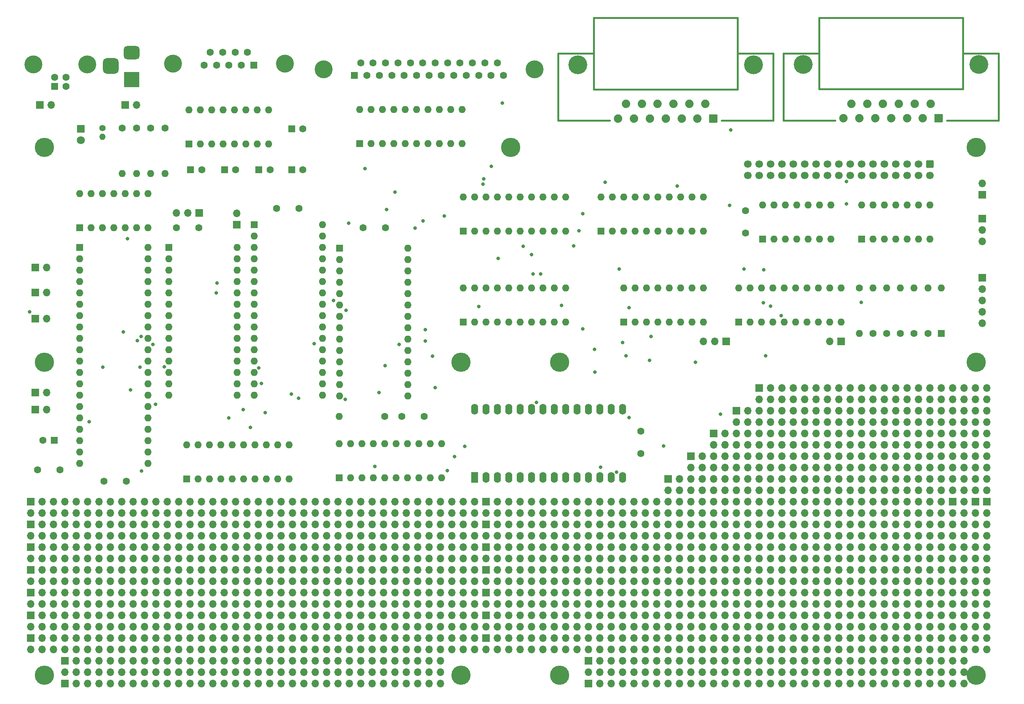
<source format=gts>
G04 #@! TF.GenerationSoftware,KiCad,Pcbnew,8.0.3*
G04 #@! TF.CreationDate,2024-07-12T16:59:53+02:00*
G04 #@! TF.ProjectId,Sally2,53616c6c-7932-42e6-9b69-6361645f7063,rev?*
G04 #@! TF.SameCoordinates,Original*
G04 #@! TF.FileFunction,Soldermask,Top*
G04 #@! TF.FilePolarity,Negative*
%FSLAX46Y46*%
G04 Gerber Fmt 4.6, Leading zero omitted, Abs format (unit mm)*
G04 Created by KiCad (PCBNEW 8.0.3) date 2024-07-12 16:59:53*
%MOMM*%
%LPD*%
G01*
G04 APERTURE LIST*
G04 Aperture macros list*
%AMRoundRect*
0 Rectangle with rounded corners*
0 $1 Rounding radius*
0 $2 $3 $4 $5 $6 $7 $8 $9 X,Y pos of 4 corners*
0 Add a 4 corners polygon primitive as box body*
4,1,4,$2,$3,$4,$5,$6,$7,$8,$9,$2,$3,0*
0 Add four circle primitives for the rounded corners*
1,1,$1+$1,$2,$3*
1,1,$1+$1,$4,$5*
1,1,$1+$1,$6,$7*
1,1,$1+$1,$8,$9*
0 Add four rect primitives between the rounded corners*
20,1,$1+$1,$2,$3,$4,$5,0*
20,1,$1+$1,$4,$5,$6,$7,0*
20,1,$1+$1,$6,$7,$8,$9,0*
20,1,$1+$1,$8,$9,$2,$3,0*%
G04 Aperture macros list end*
%ADD10C,0.406400*%
%ADD11R,1.700000X1.700000*%
%ADD12O,1.700000X1.700000*%
%ADD13R,1.800000X1.800000*%
%ADD14C,1.800000*%
%ADD15C,1.600000*%
%ADD16R,1.600000X1.600000*%
%ADD17C,4.000000*%
%ADD18C,4.300000*%
%ADD19O,1.600000X1.600000*%
%ADD20C,3.000000*%
%ADD21C,1.879600*%
%ADD22RoundRect,0.101600X-0.838200X-0.838200X0.838200X-0.838200X0.838200X0.838200X-0.838200X0.838200X0*%
%ADD23C,4.203200*%
%ADD24R,1.600000X2.400000*%
%ADD25O,1.600000X2.400000*%
%ADD26C,1.400000*%
%ADD27O,1.400000X1.400000*%
%ADD28RoundRect,0.250000X-0.600000X0.600000X-0.600000X-0.600000X0.600000X-0.600000X0.600000X0.600000X0*%
%ADD29C,1.700000*%
%ADD30R,3.500000X3.500000*%
%ADD31RoundRect,0.750000X-1.000000X0.750000X-1.000000X-0.750000X1.000000X-0.750000X1.000000X0.750000X0*%
%ADD32RoundRect,0.875000X-0.875000X0.875000X-0.875000X-0.875000X0.875000X-0.875000X0.875000X0.875000X0*%
%ADD33C,0.800000*%
G04 APERTURE END LIST*
D10*
X130686000Y-6040700D02*
X130686000Y-21040700D01*
X130686000Y-21040700D02*
X142186000Y-21040700D01*
X138638500Y1911800D02*
X170733500Y1911800D01*
X138638500Y-6040700D02*
X130686000Y-6040700D01*
X138638500Y-6040700D02*
X138638500Y1911800D01*
X138638500Y-14040700D02*
X138638500Y-6040700D01*
X167186000Y-21040700D02*
X178686000Y-21040700D01*
X170733500Y1911800D02*
X170733500Y-6040700D01*
X170733500Y-6040700D02*
X170733500Y-14040700D01*
X170733500Y-14040700D02*
X138638500Y-14040700D01*
X178686000Y-6040700D02*
X170733500Y-6040700D01*
X178686000Y-21040700D02*
X178686000Y-6040700D01*
X180978000Y-6002000D02*
X180978000Y-21002000D01*
X180978000Y-21002000D02*
X192478000Y-21002000D01*
X188930500Y1950500D02*
X221025500Y1950500D01*
X188930500Y-6002000D02*
X180978000Y-6002000D01*
X188930500Y-6002000D02*
X188930500Y1950500D01*
X188930500Y-14002000D02*
X188930500Y-6002000D01*
X217478000Y-21002000D02*
X228978000Y-21002000D01*
X221025500Y1950500D02*
X221025500Y-6002000D01*
X221025500Y-6002000D02*
X221025500Y-14002000D01*
X221025500Y-14002000D02*
X188930500Y-14002000D01*
X228978000Y-6002000D02*
X221025500Y-6002000D01*
X228978000Y-21002000D02*
X228978000Y-6002000D01*
D11*
X137414000Y-146812000D03*
D12*
X139954000Y-146812000D03*
X142494000Y-146812000D03*
X145034000Y-146812000D03*
X147574000Y-146812000D03*
X150114000Y-146812000D03*
X152654000Y-146812000D03*
X155194000Y-146812000D03*
X157734000Y-146812000D03*
X160274000Y-146812000D03*
X162814000Y-146812000D03*
X165354000Y-146812000D03*
X167894000Y-146812000D03*
X170434000Y-146812000D03*
X172974000Y-146812000D03*
X175514000Y-146812000D03*
X178054000Y-146812000D03*
X180594000Y-146812000D03*
X183134000Y-146812000D03*
X185674000Y-146812000D03*
X188214000Y-146812000D03*
X190754000Y-146812000D03*
X193294000Y-146812000D03*
X195834000Y-146812000D03*
X198374000Y-146812000D03*
X200914000Y-146812000D03*
X203454000Y-146812000D03*
X205994000Y-146812000D03*
X208534000Y-146812000D03*
X211074000Y-146812000D03*
X213614000Y-146812000D03*
X216154000Y-146812000D03*
X218694000Y-146812000D03*
X221234000Y-146812000D03*
D11*
X20574000Y-146812000D03*
D12*
X23114000Y-146812000D03*
X25654000Y-146812000D03*
X28194000Y-146812000D03*
X30734000Y-146812000D03*
X33274000Y-146812000D03*
X35814000Y-146812000D03*
X38354000Y-146812000D03*
X40894000Y-146812000D03*
X43434000Y-146812000D03*
X45974000Y-146812000D03*
X48514000Y-146812000D03*
X51054000Y-146812000D03*
X53594000Y-146812000D03*
X56134000Y-146812000D03*
X58674000Y-146812000D03*
X61214000Y-146812000D03*
X63754000Y-146812000D03*
X66294000Y-146812000D03*
X68834000Y-146812000D03*
X71374000Y-146812000D03*
X73914000Y-146812000D03*
X76454000Y-146812000D03*
X78994000Y-146812000D03*
X81534000Y-146812000D03*
X84074000Y-146812000D03*
X86614000Y-146812000D03*
X89154000Y-146812000D03*
X91694000Y-146812000D03*
X94234000Y-146812000D03*
X96774000Y-146812000D03*
X99314000Y-146812000D03*
X101854000Y-146812000D03*
X104394000Y-146812000D03*
D11*
X137414000Y-141732000D03*
D12*
X137414000Y-144272000D03*
X139954000Y-141732000D03*
X139954000Y-144272000D03*
X142494000Y-141732000D03*
X142494000Y-144272000D03*
X145034000Y-141732000D03*
X145034000Y-144272000D03*
X147574000Y-141732000D03*
X147574000Y-144272000D03*
X150114000Y-141732000D03*
X150114000Y-144272000D03*
X152654000Y-141732000D03*
X152654000Y-144272000D03*
X155194000Y-141732000D03*
X155194000Y-144272000D03*
X157734000Y-141732000D03*
X157734000Y-144272000D03*
X160274000Y-141732000D03*
X160274000Y-144272000D03*
X162814000Y-141732000D03*
X162814000Y-144272000D03*
X165354000Y-141732000D03*
X165354000Y-144272000D03*
X167894000Y-141732000D03*
X167894000Y-144272000D03*
X170434000Y-141732000D03*
X170434000Y-144272000D03*
X172974000Y-141732000D03*
X172974000Y-144272000D03*
X175514000Y-141732000D03*
X175514000Y-144272000D03*
X178054000Y-141732000D03*
X178054000Y-144272000D03*
X180594000Y-141732000D03*
X180594000Y-144272000D03*
X183134000Y-141732000D03*
X183134000Y-144272000D03*
X185674000Y-141732000D03*
X185674000Y-144272000D03*
X188214000Y-141732000D03*
X188214000Y-144272000D03*
X190754000Y-141732000D03*
X190754000Y-144272000D03*
X193294000Y-141732000D03*
X193294000Y-144272000D03*
X195834000Y-141732000D03*
X195834000Y-144272000D03*
X198374000Y-141732000D03*
X198374000Y-144272000D03*
X200914000Y-141732000D03*
X200914000Y-144272000D03*
X203454000Y-141732000D03*
X203454000Y-144272000D03*
X205994000Y-141732000D03*
X205994000Y-144272000D03*
X208534000Y-141732000D03*
X208534000Y-144272000D03*
X211074000Y-141732000D03*
X211074000Y-144272000D03*
X213614000Y-141732000D03*
X213614000Y-144272000D03*
X216154000Y-141732000D03*
X216154000Y-144272000D03*
X218694000Y-141732000D03*
X218694000Y-144272000D03*
X221234000Y-141732000D03*
X221234000Y-144272000D03*
D11*
X20574000Y-141732000D03*
D12*
X20574000Y-144272000D03*
X23114000Y-141732000D03*
X23114000Y-144272000D03*
X25654000Y-141732000D03*
X25654000Y-144272000D03*
X28194000Y-141732000D03*
X28194000Y-144272000D03*
X30734000Y-141732000D03*
X30734000Y-144272000D03*
X33274000Y-141732000D03*
X33274000Y-144272000D03*
X35814000Y-141732000D03*
X35814000Y-144272000D03*
X38354000Y-141732000D03*
X38354000Y-144272000D03*
X40894000Y-141732000D03*
X40894000Y-144272000D03*
X43434000Y-141732000D03*
X43434000Y-144272000D03*
X45974000Y-141732000D03*
X45974000Y-144272000D03*
X48514000Y-141732000D03*
X48514000Y-144272000D03*
X51054000Y-141732000D03*
X51054000Y-144272000D03*
X53594000Y-141732000D03*
X53594000Y-144272000D03*
X56134000Y-141732000D03*
X56134000Y-144272000D03*
X58674000Y-141732000D03*
X58674000Y-144272000D03*
X61214000Y-141732000D03*
X61214000Y-144272000D03*
X63754000Y-141732000D03*
X63754000Y-144272000D03*
X66294000Y-141732000D03*
X66294000Y-144272000D03*
X68834000Y-141732000D03*
X68834000Y-144272000D03*
X71374000Y-141732000D03*
X71374000Y-144272000D03*
X73914000Y-141732000D03*
X73914000Y-144272000D03*
X76454000Y-141732000D03*
X76454000Y-144272000D03*
X78994000Y-141732000D03*
X78994000Y-144272000D03*
X81534000Y-141732000D03*
X81534000Y-144272000D03*
X84074000Y-141732000D03*
X84074000Y-144272000D03*
X86614000Y-141732000D03*
X86614000Y-144272000D03*
X89154000Y-141732000D03*
X89154000Y-144272000D03*
X91694000Y-141732000D03*
X91694000Y-144272000D03*
X94234000Y-141732000D03*
X94234000Y-144272000D03*
X96774000Y-141732000D03*
X96774000Y-144272000D03*
X99314000Y-141732000D03*
X99314000Y-144272000D03*
X101854000Y-141732000D03*
X101854000Y-144272000D03*
X104394000Y-141732000D03*
X104394000Y-144272000D03*
D11*
X226314000Y-106172000D03*
D12*
X226314000Y-108712000D03*
X226314000Y-111252000D03*
X226314000Y-113792000D03*
X226314000Y-116332000D03*
X226314000Y-118872000D03*
X226314000Y-121412000D03*
X226314000Y-123952000D03*
X226314000Y-126492000D03*
X226314000Y-129032000D03*
X226314000Y-131572000D03*
X226314000Y-134112000D03*
X226314000Y-136652000D03*
X226314000Y-139192000D03*
D11*
X223774000Y-106172000D03*
D12*
X221234000Y-106172000D03*
X223774000Y-108712000D03*
X221234000Y-108712000D03*
X223774000Y-111252000D03*
X221234000Y-111252000D03*
X223774000Y-113792000D03*
X221234000Y-113792000D03*
X223774000Y-116332000D03*
X221234000Y-116332000D03*
X223774000Y-118872000D03*
X221234000Y-118872000D03*
X223774000Y-121412000D03*
X221234000Y-121412000D03*
X223774000Y-123952000D03*
X221234000Y-123952000D03*
X223774000Y-126492000D03*
X221234000Y-126492000D03*
X223774000Y-129032000D03*
X221234000Y-129032000D03*
X223774000Y-131572000D03*
X221234000Y-131572000D03*
X223774000Y-134112000D03*
X221234000Y-134112000D03*
X223774000Y-136652000D03*
X221234000Y-136652000D03*
X223774000Y-139192000D03*
X221234000Y-139192000D03*
D11*
X218694000Y-106172000D03*
D12*
X216154000Y-106172000D03*
X218694000Y-108712000D03*
X216154000Y-108712000D03*
X218694000Y-111252000D03*
X216154000Y-111252000D03*
X218694000Y-113792000D03*
X216154000Y-113792000D03*
X218694000Y-116332000D03*
X216154000Y-116332000D03*
X218694000Y-118872000D03*
X216154000Y-118872000D03*
X218694000Y-121412000D03*
X216154000Y-121412000D03*
X218694000Y-123952000D03*
X216154000Y-123952000D03*
X218694000Y-126492000D03*
X216154000Y-126492000D03*
X218694000Y-129032000D03*
X216154000Y-129032000D03*
X218694000Y-131572000D03*
X216154000Y-131572000D03*
X218694000Y-134112000D03*
X216154000Y-134112000D03*
X218694000Y-136652000D03*
X216154000Y-136652000D03*
X218694000Y-139192000D03*
X216154000Y-139192000D03*
D11*
X175514000Y-80772000D03*
D12*
X175514000Y-83312000D03*
X178054000Y-80772000D03*
X178054000Y-83312000D03*
X180594000Y-80772000D03*
X180594000Y-83312000D03*
X183134000Y-80772000D03*
X183134000Y-83312000D03*
X185674000Y-80772000D03*
X185674000Y-83312000D03*
X188214000Y-80772000D03*
X188214000Y-83312000D03*
X190754000Y-80772000D03*
X190754000Y-83312000D03*
X193294000Y-80772000D03*
X193294000Y-83312000D03*
X195834000Y-80772000D03*
X195834000Y-83312000D03*
X198374000Y-80772000D03*
X198374000Y-83312000D03*
X200914000Y-80772000D03*
X200914000Y-83312000D03*
X203454000Y-80772000D03*
X203454000Y-83312000D03*
X205994000Y-80772000D03*
X205994000Y-83312000D03*
X208534000Y-80772000D03*
X208534000Y-83312000D03*
X211074000Y-80772000D03*
X211074000Y-83312000D03*
X213614000Y-80772000D03*
X213614000Y-83312000D03*
X216154000Y-80772000D03*
X216154000Y-83312000D03*
X218694000Y-80772000D03*
X218694000Y-83312000D03*
X221234000Y-80772000D03*
X221234000Y-83312000D03*
X223774000Y-80772000D03*
X223774000Y-83312000D03*
X226314000Y-80772000D03*
X226314000Y-83312000D03*
D11*
X170434000Y-85852000D03*
D12*
X170434000Y-88392000D03*
X172974000Y-85852000D03*
X172974000Y-88392000D03*
X175514000Y-85852000D03*
X175514000Y-88392000D03*
X178054000Y-85852000D03*
X178054000Y-88392000D03*
X180594000Y-85852000D03*
X180594000Y-88392000D03*
X183134000Y-85852000D03*
X183134000Y-88392000D03*
X185674000Y-85852000D03*
X185674000Y-88392000D03*
X188214000Y-85852000D03*
X188214000Y-88392000D03*
X190754000Y-85852000D03*
X190754000Y-88392000D03*
X193294000Y-85852000D03*
X193294000Y-88392000D03*
X195834000Y-85852000D03*
X195834000Y-88392000D03*
X198374000Y-85852000D03*
X198374000Y-88392000D03*
X200914000Y-85852000D03*
X200914000Y-88392000D03*
X203454000Y-85852000D03*
X203454000Y-88392000D03*
X205994000Y-85852000D03*
X205994000Y-88392000D03*
X208534000Y-85852000D03*
X208534000Y-88392000D03*
X211074000Y-85852000D03*
X211074000Y-88392000D03*
X213614000Y-85852000D03*
X213614000Y-88392000D03*
X216154000Y-85852000D03*
X216154000Y-88392000D03*
X218694000Y-85852000D03*
X218694000Y-88392000D03*
X221234000Y-85852000D03*
X221234000Y-88392000D03*
X223774000Y-85852000D03*
X223774000Y-88392000D03*
X226314000Y-85852000D03*
X226314000Y-88392000D03*
D11*
X165354000Y-90932000D03*
D12*
X165354000Y-93472000D03*
X167894000Y-90932000D03*
X167894000Y-93472000D03*
X170434000Y-90932000D03*
X170434000Y-93472000D03*
X172974000Y-90932000D03*
X172974000Y-93472000D03*
X175514000Y-90932000D03*
X175514000Y-93472000D03*
X178054000Y-90932000D03*
X178054000Y-93472000D03*
X180594000Y-90932000D03*
X180594000Y-93472000D03*
X183134000Y-90932000D03*
X183134000Y-93472000D03*
X185674000Y-90932000D03*
X185674000Y-93472000D03*
X188214000Y-90932000D03*
X188214000Y-93472000D03*
X190754000Y-90932000D03*
X190754000Y-93472000D03*
X193294000Y-90932000D03*
X193294000Y-93472000D03*
X195834000Y-90932000D03*
X195834000Y-93472000D03*
X198374000Y-90932000D03*
X198374000Y-93472000D03*
X200914000Y-90932000D03*
X200914000Y-93472000D03*
X203454000Y-90932000D03*
X203454000Y-93472000D03*
X205994000Y-90932000D03*
X205994000Y-93472000D03*
X208534000Y-90932000D03*
X208534000Y-93472000D03*
X211074000Y-90932000D03*
X211074000Y-93472000D03*
X213614000Y-90932000D03*
X213614000Y-93472000D03*
X216154000Y-90932000D03*
X216154000Y-93472000D03*
X218694000Y-90932000D03*
X218694000Y-93472000D03*
X221234000Y-90932000D03*
X221234000Y-93472000D03*
X223774000Y-90932000D03*
X223774000Y-93472000D03*
X226314000Y-90932000D03*
X226314000Y-93472000D03*
D11*
X160274000Y-96012000D03*
D12*
X160274000Y-98552000D03*
X162814000Y-96012000D03*
X162814000Y-98552000D03*
X165354000Y-96012000D03*
X165354000Y-98552000D03*
X167894000Y-96012000D03*
X167894000Y-98552000D03*
X170434000Y-96012000D03*
X170434000Y-98552000D03*
X172974000Y-96012000D03*
X172974000Y-98552000D03*
X175514000Y-96012000D03*
X175514000Y-98552000D03*
X178054000Y-96012000D03*
X178054000Y-98552000D03*
X180594000Y-96012000D03*
X180594000Y-98552000D03*
X183134000Y-96012000D03*
X183134000Y-98552000D03*
X185674000Y-96012000D03*
X185674000Y-98552000D03*
X188214000Y-96012000D03*
X188214000Y-98552000D03*
X190754000Y-96012000D03*
X190754000Y-98552000D03*
X193294000Y-96012000D03*
X193294000Y-98552000D03*
X195834000Y-96012000D03*
X195834000Y-98552000D03*
X198374000Y-96012000D03*
X198374000Y-98552000D03*
X200914000Y-96012000D03*
X200914000Y-98552000D03*
X203454000Y-96012000D03*
X203454000Y-98552000D03*
X205994000Y-96012000D03*
X205994000Y-98552000D03*
X208534000Y-96012000D03*
X208534000Y-98552000D03*
X211074000Y-96012000D03*
X211074000Y-98552000D03*
X213614000Y-96012000D03*
X213614000Y-98552000D03*
X216154000Y-96012000D03*
X216154000Y-98552000D03*
X218694000Y-96012000D03*
X218694000Y-98552000D03*
X221234000Y-96012000D03*
X221234000Y-98552000D03*
X223774000Y-96012000D03*
X223774000Y-98552000D03*
X226314000Y-96012000D03*
X226314000Y-98552000D03*
D11*
X155194000Y-101092000D03*
D12*
X155194000Y-103632000D03*
X157734000Y-101092000D03*
X157734000Y-103632000D03*
X160274000Y-101092000D03*
X160274000Y-103632000D03*
X162814000Y-101092000D03*
X162814000Y-103632000D03*
X165354000Y-101092000D03*
X165354000Y-103632000D03*
X167894000Y-101092000D03*
X167894000Y-103632000D03*
X170434000Y-101092000D03*
X170434000Y-103632000D03*
X172974000Y-101092000D03*
X172974000Y-103632000D03*
X175514000Y-101092000D03*
X175514000Y-103632000D03*
X178054000Y-101092000D03*
X178054000Y-103632000D03*
X180594000Y-101092000D03*
X180594000Y-103632000D03*
X183134000Y-101092000D03*
X183134000Y-103632000D03*
X185674000Y-101092000D03*
X185674000Y-103632000D03*
X188214000Y-101092000D03*
X188214000Y-103632000D03*
X190754000Y-101092000D03*
X190754000Y-103632000D03*
X193294000Y-101092000D03*
X193294000Y-103632000D03*
X195834000Y-101092000D03*
X195834000Y-103632000D03*
X198374000Y-101092000D03*
X198374000Y-103632000D03*
X200914000Y-101092000D03*
X200914000Y-103632000D03*
X203454000Y-101092000D03*
X203454000Y-103632000D03*
X205994000Y-101092000D03*
X205994000Y-103632000D03*
X208534000Y-101092000D03*
X208534000Y-103632000D03*
X211074000Y-101092000D03*
X211074000Y-103632000D03*
X213614000Y-101092000D03*
X213614000Y-103632000D03*
X216154000Y-101092000D03*
X216154000Y-103632000D03*
X218694000Y-101092000D03*
X218694000Y-103632000D03*
X221234000Y-101092000D03*
X221234000Y-103632000D03*
X223774000Y-101092000D03*
X223774000Y-103632000D03*
X226314000Y-101092000D03*
X226314000Y-103632000D03*
X213614000Y-113792000D03*
X213614000Y-111252000D03*
X211074000Y-113792000D03*
X211074000Y-111252000D03*
X208534000Y-113792000D03*
X208534000Y-111252000D03*
X205994000Y-113792000D03*
X205994000Y-111252000D03*
X203454000Y-113792000D03*
X203454000Y-111252000D03*
X200914000Y-113792000D03*
X200914000Y-111252000D03*
X198374000Y-113792000D03*
X198374000Y-111252000D03*
X195834000Y-113792000D03*
X195834000Y-111252000D03*
X193294000Y-113792000D03*
X193294000Y-111252000D03*
X190754000Y-113792000D03*
X190754000Y-111252000D03*
X188214000Y-113792000D03*
X188214000Y-111252000D03*
X185674000Y-113792000D03*
X185674000Y-111252000D03*
X183134000Y-113792000D03*
X183134000Y-111252000D03*
X180594000Y-113792000D03*
X180594000Y-111252000D03*
X178054000Y-113792000D03*
X178054000Y-111252000D03*
X175514000Y-113792000D03*
X175514000Y-111252000D03*
X172974000Y-113792000D03*
X172974000Y-111252000D03*
X170434000Y-113792000D03*
X170434000Y-111252000D03*
X167894000Y-113792000D03*
X167894000Y-111252000D03*
X165354000Y-113792000D03*
X165354000Y-111252000D03*
X162814000Y-113792000D03*
X162814000Y-111252000D03*
X160274000Y-113792000D03*
X160274000Y-111252000D03*
X157734000Y-113792000D03*
X157734000Y-111252000D03*
X155194000Y-113792000D03*
X155194000Y-111252000D03*
X152654000Y-113792000D03*
X152654000Y-111252000D03*
X150114000Y-113792000D03*
X150114000Y-111252000D03*
X147574000Y-113792000D03*
X147574000Y-111252000D03*
X145034000Y-113792000D03*
X145034000Y-111252000D03*
X142494000Y-113792000D03*
X142494000Y-111252000D03*
X139954000Y-113792000D03*
X139954000Y-111252000D03*
X137414000Y-113792000D03*
X137414000Y-111252000D03*
X134874000Y-113792000D03*
X134874000Y-111252000D03*
X132334000Y-113792000D03*
X132334000Y-111252000D03*
X129794000Y-113792000D03*
X129794000Y-111252000D03*
X127254000Y-113792000D03*
X127254000Y-111252000D03*
X124714000Y-113792000D03*
X124714000Y-111252000D03*
X122174000Y-113792000D03*
X122174000Y-111252000D03*
X119634000Y-113792000D03*
X119634000Y-111252000D03*
X117094000Y-113792000D03*
X117094000Y-111252000D03*
X114554000Y-113792000D03*
D11*
X114554000Y-111252000D03*
D12*
X112014000Y-108712000D03*
X112014000Y-106172000D03*
X109474000Y-108712000D03*
X109474000Y-106172000D03*
X106934000Y-108712000D03*
X106934000Y-106172000D03*
X104394000Y-108712000D03*
X104394000Y-106172000D03*
X101854000Y-108712000D03*
X101854000Y-106172000D03*
X99314000Y-108712000D03*
X99314000Y-106172000D03*
X96774000Y-108712000D03*
X96774000Y-106172000D03*
X94234000Y-108712000D03*
X94234000Y-106172000D03*
X91694000Y-108712000D03*
X91694000Y-106172000D03*
X89154000Y-108712000D03*
X89154000Y-106172000D03*
X86614000Y-108712000D03*
X86614000Y-106172000D03*
X84074000Y-108712000D03*
X84074000Y-106172000D03*
X81534000Y-108712000D03*
X81534000Y-106172000D03*
X78994000Y-108712000D03*
X78994000Y-106172000D03*
X76454000Y-108712000D03*
X76454000Y-106172000D03*
X73914000Y-108712000D03*
X73914000Y-106172000D03*
X71374000Y-108712000D03*
X71374000Y-106172000D03*
X68834000Y-108712000D03*
X68834000Y-106172000D03*
X66294000Y-108712000D03*
X66294000Y-106172000D03*
X63754000Y-108712000D03*
X63754000Y-106172000D03*
X61214000Y-108712000D03*
X61214000Y-106172000D03*
X58674000Y-108712000D03*
X58674000Y-106172000D03*
X56134000Y-108712000D03*
X56134000Y-106172000D03*
X53594000Y-108712000D03*
X53594000Y-106172000D03*
X51054000Y-108712000D03*
X51054000Y-106172000D03*
X48514000Y-108712000D03*
X48514000Y-106172000D03*
X45974000Y-108712000D03*
X45974000Y-106172000D03*
X43434000Y-108712000D03*
X43434000Y-106172000D03*
X40894000Y-108712000D03*
X40894000Y-106172000D03*
X38354000Y-108712000D03*
X38354000Y-106172000D03*
X35814000Y-108712000D03*
X35814000Y-106172000D03*
X33274000Y-108712000D03*
X33274000Y-106172000D03*
X30734000Y-108712000D03*
X30734000Y-106172000D03*
X28194000Y-108712000D03*
X28194000Y-106172000D03*
X25654000Y-108712000D03*
X25654000Y-106172000D03*
X23114000Y-108712000D03*
X23114000Y-106172000D03*
X20574000Y-108712000D03*
X20574000Y-106172000D03*
X18034000Y-108712000D03*
X18034000Y-106172000D03*
X15494000Y-108712000D03*
X15494000Y-106172000D03*
X12954000Y-108712000D03*
D11*
X12954000Y-106172000D03*
D12*
X112014000Y-113792000D03*
X112014000Y-111252000D03*
X109474000Y-113792000D03*
X109474000Y-111252000D03*
X106934000Y-113792000D03*
X106934000Y-111252000D03*
X104394000Y-113792000D03*
X104394000Y-111252000D03*
X101854000Y-113792000D03*
X101854000Y-111252000D03*
X99314000Y-113792000D03*
X99314000Y-111252000D03*
X96774000Y-113792000D03*
X96774000Y-111252000D03*
X94234000Y-113792000D03*
X94234000Y-111252000D03*
X91694000Y-113792000D03*
X91694000Y-111252000D03*
X89154000Y-113792000D03*
X89154000Y-111252000D03*
X86614000Y-113792000D03*
X86614000Y-111252000D03*
X84074000Y-113792000D03*
X84074000Y-111252000D03*
X81534000Y-113792000D03*
X81534000Y-111252000D03*
X78994000Y-113792000D03*
X78994000Y-111252000D03*
X76454000Y-113792000D03*
X76454000Y-111252000D03*
X73914000Y-113792000D03*
X73914000Y-111252000D03*
X71374000Y-113792000D03*
X71374000Y-111252000D03*
X68834000Y-113792000D03*
X68834000Y-111252000D03*
X66294000Y-113792000D03*
X66294000Y-111252000D03*
X63754000Y-113792000D03*
X63754000Y-111252000D03*
X61214000Y-113792000D03*
X61214000Y-111252000D03*
X58674000Y-113792000D03*
X58674000Y-111252000D03*
X56134000Y-113792000D03*
X56134000Y-111252000D03*
X53594000Y-113792000D03*
X53594000Y-111252000D03*
X51054000Y-113792000D03*
X51054000Y-111252000D03*
X48514000Y-113792000D03*
X48514000Y-111252000D03*
X45974000Y-113792000D03*
X45974000Y-111252000D03*
X43434000Y-113792000D03*
X43434000Y-111252000D03*
X40894000Y-113792000D03*
X40894000Y-111252000D03*
X38354000Y-113792000D03*
X38354000Y-111252000D03*
X35814000Y-113792000D03*
X35814000Y-111252000D03*
X33274000Y-113792000D03*
X33274000Y-111252000D03*
X30734000Y-113792000D03*
X30734000Y-111252000D03*
X28194000Y-113792000D03*
X28194000Y-111252000D03*
X25654000Y-113792000D03*
X25654000Y-111252000D03*
X23114000Y-113792000D03*
X23114000Y-111252000D03*
X20574000Y-113792000D03*
X20574000Y-111252000D03*
X18034000Y-113792000D03*
X18034000Y-111252000D03*
X15494000Y-113792000D03*
X15494000Y-111252000D03*
X12954000Y-113792000D03*
D11*
X12954000Y-111252000D03*
X12954000Y-116332000D03*
D12*
X12954000Y-118872000D03*
X15494000Y-116332000D03*
X15494000Y-118872000D03*
X18034000Y-116332000D03*
X18034000Y-118872000D03*
X20574000Y-116332000D03*
X20574000Y-118872000D03*
X23114000Y-116332000D03*
X23114000Y-118872000D03*
X25654000Y-116332000D03*
X25654000Y-118872000D03*
X28194000Y-116332000D03*
X28194000Y-118872000D03*
X30734000Y-116332000D03*
X30734000Y-118872000D03*
X33274000Y-116332000D03*
X33274000Y-118872000D03*
X35814000Y-116332000D03*
X35814000Y-118872000D03*
X38354000Y-116332000D03*
X38354000Y-118872000D03*
X40894000Y-116332000D03*
X40894000Y-118872000D03*
X43434000Y-116332000D03*
X43434000Y-118872000D03*
X45974000Y-116332000D03*
X45974000Y-118872000D03*
X48514000Y-116332000D03*
X48514000Y-118872000D03*
X51054000Y-116332000D03*
X51054000Y-118872000D03*
X53594000Y-116332000D03*
X53594000Y-118872000D03*
X56134000Y-116332000D03*
X56134000Y-118872000D03*
X58674000Y-116332000D03*
X58674000Y-118872000D03*
X61214000Y-116332000D03*
X61214000Y-118872000D03*
X63754000Y-116332000D03*
X63754000Y-118872000D03*
X66294000Y-116332000D03*
X66294000Y-118872000D03*
X68834000Y-116332000D03*
X68834000Y-118872000D03*
X71374000Y-116332000D03*
X71374000Y-118872000D03*
X73914000Y-116332000D03*
X73914000Y-118872000D03*
X76454000Y-116332000D03*
X76454000Y-118872000D03*
X78994000Y-116332000D03*
X78994000Y-118872000D03*
X81534000Y-116332000D03*
X81534000Y-118872000D03*
X84074000Y-116332000D03*
X84074000Y-118872000D03*
X86614000Y-116332000D03*
X86614000Y-118872000D03*
X89154000Y-116332000D03*
X89154000Y-118872000D03*
X91694000Y-116332000D03*
X91694000Y-118872000D03*
X94234000Y-116332000D03*
X94234000Y-118872000D03*
X96774000Y-116332000D03*
X96774000Y-118872000D03*
X99314000Y-116332000D03*
X99314000Y-118872000D03*
X101854000Y-116332000D03*
X101854000Y-118872000D03*
X104394000Y-116332000D03*
X104394000Y-118872000D03*
X106934000Y-116332000D03*
X106934000Y-118872000D03*
X109474000Y-116332000D03*
X109474000Y-118872000D03*
X112014000Y-116332000D03*
X112014000Y-118872000D03*
X213614000Y-108712000D03*
X213614000Y-106172000D03*
X211074000Y-108712000D03*
X211074000Y-106172000D03*
X208534000Y-108712000D03*
X208534000Y-106172000D03*
X205994000Y-108712000D03*
X205994000Y-106172000D03*
X203454000Y-108712000D03*
X203454000Y-106172000D03*
X200914000Y-108712000D03*
X200914000Y-106172000D03*
X198374000Y-108712000D03*
X198374000Y-106172000D03*
X195834000Y-108712000D03*
X195834000Y-106172000D03*
X193294000Y-108712000D03*
X193294000Y-106172000D03*
X190754000Y-108712000D03*
X190754000Y-106172000D03*
X188214000Y-108712000D03*
X188214000Y-106172000D03*
X185674000Y-108712000D03*
X185674000Y-106172000D03*
X183134000Y-108712000D03*
X183134000Y-106172000D03*
X180594000Y-108712000D03*
X180594000Y-106172000D03*
X178054000Y-108712000D03*
X178054000Y-106172000D03*
X175514000Y-108712000D03*
X175514000Y-106172000D03*
X172974000Y-108712000D03*
X172974000Y-106172000D03*
X170434000Y-108712000D03*
X170434000Y-106172000D03*
X167894000Y-108712000D03*
X167894000Y-106172000D03*
X165354000Y-108712000D03*
X165354000Y-106172000D03*
X162814000Y-108712000D03*
X162814000Y-106172000D03*
X160274000Y-108712000D03*
X160274000Y-106172000D03*
X157734000Y-108712000D03*
X157734000Y-106172000D03*
X155194000Y-108712000D03*
X155194000Y-106172000D03*
X152654000Y-108712000D03*
X152654000Y-106172000D03*
X150114000Y-108712000D03*
X150114000Y-106172000D03*
X147574000Y-108712000D03*
X147574000Y-106172000D03*
X145034000Y-108712000D03*
X145034000Y-106172000D03*
X142494000Y-108712000D03*
X142494000Y-106172000D03*
X139954000Y-108712000D03*
X139954000Y-106172000D03*
X137414000Y-108712000D03*
X137414000Y-106172000D03*
X134874000Y-108712000D03*
X134874000Y-106172000D03*
X132334000Y-108712000D03*
X132334000Y-106172000D03*
X129794000Y-108712000D03*
X129794000Y-106172000D03*
X127254000Y-108712000D03*
X127254000Y-106172000D03*
X124714000Y-108712000D03*
X124714000Y-106172000D03*
X122174000Y-108712000D03*
X122174000Y-106172000D03*
X119634000Y-108712000D03*
X119634000Y-106172000D03*
X117094000Y-108712000D03*
X117094000Y-106172000D03*
X114554000Y-108712000D03*
D11*
X114554000Y-106172000D03*
X114554000Y-116332000D03*
D12*
X114554000Y-118872000D03*
X117094000Y-116332000D03*
X117094000Y-118872000D03*
X119634000Y-116332000D03*
X119634000Y-118872000D03*
X122174000Y-116332000D03*
X122174000Y-118872000D03*
X124714000Y-116332000D03*
X124714000Y-118872000D03*
X127254000Y-116332000D03*
X127254000Y-118872000D03*
X129794000Y-116332000D03*
X129794000Y-118872000D03*
X132334000Y-116332000D03*
X132334000Y-118872000D03*
X134874000Y-116332000D03*
X134874000Y-118872000D03*
X137414000Y-116332000D03*
X137414000Y-118872000D03*
X139954000Y-116332000D03*
X139954000Y-118872000D03*
X142494000Y-116332000D03*
X142494000Y-118872000D03*
X145034000Y-116332000D03*
X145034000Y-118872000D03*
X147574000Y-116332000D03*
X147574000Y-118872000D03*
X150114000Y-116332000D03*
X150114000Y-118872000D03*
X152654000Y-116332000D03*
X152654000Y-118872000D03*
X155194000Y-116332000D03*
X155194000Y-118872000D03*
X157734000Y-116332000D03*
X157734000Y-118872000D03*
X160274000Y-116332000D03*
X160274000Y-118872000D03*
X162814000Y-116332000D03*
X162814000Y-118872000D03*
X165354000Y-116332000D03*
X165354000Y-118872000D03*
X167894000Y-116332000D03*
X167894000Y-118872000D03*
X170434000Y-116332000D03*
X170434000Y-118872000D03*
X172974000Y-116332000D03*
X172974000Y-118872000D03*
X175514000Y-116332000D03*
X175514000Y-118872000D03*
X178054000Y-116332000D03*
X178054000Y-118872000D03*
X180594000Y-116332000D03*
X180594000Y-118872000D03*
X183134000Y-116332000D03*
X183134000Y-118872000D03*
X185674000Y-116332000D03*
X185674000Y-118872000D03*
X188214000Y-116332000D03*
X188214000Y-118872000D03*
X190754000Y-116332000D03*
X190754000Y-118872000D03*
X193294000Y-116332000D03*
X193294000Y-118872000D03*
X195834000Y-116332000D03*
X195834000Y-118872000D03*
X198374000Y-116332000D03*
X198374000Y-118872000D03*
X200914000Y-116332000D03*
X200914000Y-118872000D03*
X203454000Y-116332000D03*
X203454000Y-118872000D03*
X205994000Y-116332000D03*
X205994000Y-118872000D03*
X208534000Y-116332000D03*
X208534000Y-118872000D03*
X211074000Y-116332000D03*
X211074000Y-118872000D03*
X213614000Y-116332000D03*
X213614000Y-118872000D03*
X112014000Y-123952000D03*
X112014000Y-121412000D03*
X109474000Y-123952000D03*
X109474000Y-121412000D03*
X106934000Y-123952000D03*
X106934000Y-121412000D03*
X104394000Y-123952000D03*
X104394000Y-121412000D03*
X101854000Y-123952000D03*
X101854000Y-121412000D03*
X99314000Y-123952000D03*
X99314000Y-121412000D03*
X96774000Y-123952000D03*
X96774000Y-121412000D03*
X94234000Y-123952000D03*
X94234000Y-121412000D03*
X91694000Y-123952000D03*
X91694000Y-121412000D03*
X89154000Y-123952000D03*
X89154000Y-121412000D03*
X86614000Y-123952000D03*
X86614000Y-121412000D03*
X84074000Y-123952000D03*
X84074000Y-121412000D03*
X81534000Y-123952000D03*
X81534000Y-121412000D03*
X78994000Y-123952000D03*
X78994000Y-121412000D03*
X76454000Y-123952000D03*
X76454000Y-121412000D03*
X73914000Y-123952000D03*
X73914000Y-121412000D03*
X71374000Y-123952000D03*
X71374000Y-121412000D03*
X68834000Y-123952000D03*
X68834000Y-121412000D03*
X66294000Y-123952000D03*
X66294000Y-121412000D03*
X63754000Y-123952000D03*
X63754000Y-121412000D03*
X61214000Y-123952000D03*
X61214000Y-121412000D03*
X58674000Y-123952000D03*
X58674000Y-121412000D03*
X56134000Y-123952000D03*
X56134000Y-121412000D03*
X53594000Y-123952000D03*
X53594000Y-121412000D03*
X51054000Y-123952000D03*
X51054000Y-121412000D03*
X48514000Y-123952000D03*
X48514000Y-121412000D03*
X45974000Y-123952000D03*
X45974000Y-121412000D03*
X43434000Y-123952000D03*
X43434000Y-121412000D03*
X40894000Y-123952000D03*
X40894000Y-121412000D03*
X38354000Y-123952000D03*
X38354000Y-121412000D03*
X35814000Y-123952000D03*
X35814000Y-121412000D03*
X33274000Y-123952000D03*
X33274000Y-121412000D03*
X30734000Y-123952000D03*
X30734000Y-121412000D03*
X28194000Y-123952000D03*
X28194000Y-121412000D03*
X25654000Y-123952000D03*
X25654000Y-121412000D03*
X23114000Y-123952000D03*
X23114000Y-121412000D03*
X20574000Y-123952000D03*
X20574000Y-121412000D03*
X18034000Y-123952000D03*
X18034000Y-121412000D03*
X15494000Y-123952000D03*
X15494000Y-121412000D03*
X12954000Y-123952000D03*
D11*
X12954000Y-121412000D03*
D12*
X213614000Y-129032000D03*
X213614000Y-126492000D03*
X211074000Y-129032000D03*
X211074000Y-126492000D03*
X208534000Y-129032000D03*
X208534000Y-126492000D03*
X205994000Y-129032000D03*
X205994000Y-126492000D03*
X203454000Y-129032000D03*
X203454000Y-126492000D03*
X200914000Y-129032000D03*
X200914000Y-126492000D03*
X198374000Y-129032000D03*
X198374000Y-126492000D03*
X195834000Y-129032000D03*
X195834000Y-126492000D03*
X193294000Y-129032000D03*
X193294000Y-126492000D03*
X190754000Y-129032000D03*
X190754000Y-126492000D03*
X188214000Y-129032000D03*
X188214000Y-126492000D03*
X185674000Y-129032000D03*
X185674000Y-126492000D03*
X183134000Y-129032000D03*
X183134000Y-126492000D03*
X180594000Y-129032000D03*
X180594000Y-126492000D03*
X178054000Y-129032000D03*
X178054000Y-126492000D03*
X175514000Y-129032000D03*
X175514000Y-126492000D03*
X172974000Y-129032000D03*
X172974000Y-126492000D03*
X170434000Y-129032000D03*
X170434000Y-126492000D03*
X167894000Y-129032000D03*
X167894000Y-126492000D03*
X165354000Y-129032000D03*
X165354000Y-126492000D03*
X162814000Y-129032000D03*
X162814000Y-126492000D03*
X160274000Y-129032000D03*
X160274000Y-126492000D03*
X157734000Y-129032000D03*
X157734000Y-126492000D03*
X155194000Y-129032000D03*
X155194000Y-126492000D03*
X152654000Y-129032000D03*
X152654000Y-126492000D03*
X150114000Y-129032000D03*
X150114000Y-126492000D03*
X147574000Y-129032000D03*
X147574000Y-126492000D03*
X145034000Y-129032000D03*
X145034000Y-126492000D03*
X142494000Y-129032000D03*
X142494000Y-126492000D03*
X139954000Y-129032000D03*
X139954000Y-126492000D03*
X137414000Y-129032000D03*
X137414000Y-126492000D03*
X134874000Y-129032000D03*
X134874000Y-126492000D03*
X132334000Y-129032000D03*
X132334000Y-126492000D03*
X129794000Y-129032000D03*
X129794000Y-126492000D03*
X127254000Y-129032000D03*
X127254000Y-126492000D03*
X124714000Y-129032000D03*
X124714000Y-126492000D03*
X122174000Y-129032000D03*
X122174000Y-126492000D03*
X119634000Y-129032000D03*
X119634000Y-126492000D03*
X117094000Y-129032000D03*
X117094000Y-126492000D03*
X114554000Y-129032000D03*
D11*
X114554000Y-126492000D03*
D12*
X213614000Y-123952000D03*
X213614000Y-121412000D03*
X211074000Y-123952000D03*
X211074000Y-121412000D03*
X208534000Y-123952000D03*
X208534000Y-121412000D03*
X205994000Y-123952000D03*
X205994000Y-121412000D03*
X203454000Y-123952000D03*
X203454000Y-121412000D03*
X200914000Y-123952000D03*
X200914000Y-121412000D03*
X198374000Y-123952000D03*
X198374000Y-121412000D03*
X195834000Y-123952000D03*
X195834000Y-121412000D03*
X193294000Y-123952000D03*
X193294000Y-121412000D03*
X190754000Y-123952000D03*
X190754000Y-121412000D03*
X188214000Y-123952000D03*
X188214000Y-121412000D03*
X185674000Y-123952000D03*
X185674000Y-121412000D03*
X183134000Y-123952000D03*
X183134000Y-121412000D03*
X180594000Y-123952000D03*
X180594000Y-121412000D03*
X178054000Y-123952000D03*
X178054000Y-121412000D03*
X175514000Y-123952000D03*
X175514000Y-121412000D03*
X172974000Y-123952000D03*
X172974000Y-121412000D03*
X170434000Y-123952000D03*
X170434000Y-121412000D03*
X167894000Y-123952000D03*
X167894000Y-121412000D03*
X165354000Y-123952000D03*
X165354000Y-121412000D03*
X162814000Y-123952000D03*
X162814000Y-121412000D03*
X160274000Y-123952000D03*
X160274000Y-121412000D03*
X157734000Y-123952000D03*
X157734000Y-121412000D03*
X155194000Y-123952000D03*
X155194000Y-121412000D03*
X152654000Y-123952000D03*
X152654000Y-121412000D03*
X150114000Y-123952000D03*
X150114000Y-121412000D03*
X147574000Y-123952000D03*
X147574000Y-121412000D03*
X145034000Y-123952000D03*
X145034000Y-121412000D03*
X142494000Y-123952000D03*
X142494000Y-121412000D03*
X139954000Y-123952000D03*
X139954000Y-121412000D03*
X137414000Y-123952000D03*
X137414000Y-121412000D03*
X134874000Y-123952000D03*
X134874000Y-121412000D03*
X132334000Y-123952000D03*
X132334000Y-121412000D03*
X129794000Y-123952000D03*
X129794000Y-121412000D03*
X127254000Y-123952000D03*
X127254000Y-121412000D03*
X124714000Y-123952000D03*
X124714000Y-121412000D03*
X122174000Y-123952000D03*
X122174000Y-121412000D03*
X119634000Y-123952000D03*
X119634000Y-121412000D03*
X117094000Y-123952000D03*
X117094000Y-121412000D03*
X114554000Y-123952000D03*
D11*
X114554000Y-121412000D03*
D12*
X112014000Y-129032000D03*
X112014000Y-126492000D03*
X109474000Y-129032000D03*
X109474000Y-126492000D03*
X106934000Y-129032000D03*
X106934000Y-126492000D03*
X104394000Y-129032000D03*
X104394000Y-126492000D03*
X101854000Y-129032000D03*
X101854000Y-126492000D03*
X99314000Y-129032000D03*
X99314000Y-126492000D03*
X96774000Y-129032000D03*
X96774000Y-126492000D03*
X94234000Y-129032000D03*
X94234000Y-126492000D03*
X91694000Y-129032000D03*
X91694000Y-126492000D03*
X89154000Y-129032000D03*
X89154000Y-126492000D03*
X86614000Y-129032000D03*
X86614000Y-126492000D03*
X84074000Y-129032000D03*
X84074000Y-126492000D03*
X81534000Y-129032000D03*
X81534000Y-126492000D03*
X78994000Y-129032000D03*
X78994000Y-126492000D03*
X76454000Y-129032000D03*
X76454000Y-126492000D03*
X73914000Y-129032000D03*
X73914000Y-126492000D03*
X71374000Y-129032000D03*
X71374000Y-126492000D03*
X68834000Y-129032000D03*
X68834000Y-126492000D03*
X66294000Y-129032000D03*
X66294000Y-126492000D03*
X63754000Y-129032000D03*
X63754000Y-126492000D03*
X61214000Y-129032000D03*
X61214000Y-126492000D03*
X58674000Y-129032000D03*
X58674000Y-126492000D03*
X56134000Y-129032000D03*
X56134000Y-126492000D03*
X53594000Y-129032000D03*
X53594000Y-126492000D03*
X51054000Y-129032000D03*
X51054000Y-126492000D03*
X48514000Y-129032000D03*
X48514000Y-126492000D03*
X45974000Y-129032000D03*
X45974000Y-126492000D03*
X43434000Y-129032000D03*
X43434000Y-126492000D03*
X40894000Y-129032000D03*
X40894000Y-126492000D03*
X38354000Y-129032000D03*
X38354000Y-126492000D03*
X35814000Y-129032000D03*
X35814000Y-126492000D03*
X33274000Y-129032000D03*
X33274000Y-126492000D03*
X30734000Y-129032000D03*
X30734000Y-126492000D03*
X28194000Y-129032000D03*
X28194000Y-126492000D03*
X25654000Y-129032000D03*
X25654000Y-126492000D03*
X23114000Y-129032000D03*
X23114000Y-126492000D03*
X20574000Y-129032000D03*
X20574000Y-126492000D03*
X18034000Y-129032000D03*
X18034000Y-126492000D03*
X15494000Y-129032000D03*
X15494000Y-126492000D03*
X12954000Y-129032000D03*
D11*
X12954000Y-126492000D03*
X114554000Y-131572000D03*
D12*
X114554000Y-134112000D03*
X117094000Y-131572000D03*
X117094000Y-134112000D03*
X119634000Y-131572000D03*
X119634000Y-134112000D03*
X122174000Y-131572000D03*
X122174000Y-134112000D03*
X124714000Y-131572000D03*
X124714000Y-134112000D03*
X127254000Y-131572000D03*
X127254000Y-134112000D03*
X129794000Y-131572000D03*
X129794000Y-134112000D03*
X132334000Y-131572000D03*
X132334000Y-134112000D03*
X134874000Y-131572000D03*
X134874000Y-134112000D03*
X137414000Y-131572000D03*
X137414000Y-134112000D03*
X139954000Y-131572000D03*
X139954000Y-134112000D03*
X142494000Y-131572000D03*
X142494000Y-134112000D03*
X145034000Y-131572000D03*
X145034000Y-134112000D03*
X147574000Y-131572000D03*
X147574000Y-134112000D03*
X150114000Y-131572000D03*
X150114000Y-134112000D03*
X152654000Y-131572000D03*
X152654000Y-134112000D03*
X155194000Y-131572000D03*
X155194000Y-134112000D03*
X157734000Y-131572000D03*
X157734000Y-134112000D03*
X160274000Y-131572000D03*
X160274000Y-134112000D03*
X162814000Y-131572000D03*
X162814000Y-134112000D03*
X165354000Y-131572000D03*
X165354000Y-134112000D03*
X167894000Y-131572000D03*
X167894000Y-134112000D03*
X170434000Y-131572000D03*
X170434000Y-134112000D03*
X172974000Y-131572000D03*
X172974000Y-134112000D03*
X175514000Y-131572000D03*
X175514000Y-134112000D03*
X178054000Y-131572000D03*
X178054000Y-134112000D03*
X180594000Y-131572000D03*
X180594000Y-134112000D03*
X183134000Y-131572000D03*
X183134000Y-134112000D03*
X185674000Y-131572000D03*
X185674000Y-134112000D03*
X188214000Y-131572000D03*
X188214000Y-134112000D03*
X190754000Y-131572000D03*
X190754000Y-134112000D03*
X193294000Y-131572000D03*
X193294000Y-134112000D03*
X195834000Y-131572000D03*
X195834000Y-134112000D03*
X198374000Y-131572000D03*
X198374000Y-134112000D03*
X200914000Y-131572000D03*
X200914000Y-134112000D03*
X203454000Y-131572000D03*
X203454000Y-134112000D03*
X205994000Y-131572000D03*
X205994000Y-134112000D03*
X208534000Y-131572000D03*
X208534000Y-134112000D03*
X211074000Y-131572000D03*
X211074000Y-134112000D03*
X213614000Y-131572000D03*
X213614000Y-134112000D03*
D11*
X12954000Y-131572000D03*
D12*
X12954000Y-134112000D03*
X15494000Y-131572000D03*
X15494000Y-134112000D03*
X18034000Y-131572000D03*
X18034000Y-134112000D03*
X20574000Y-131572000D03*
X20574000Y-134112000D03*
X23114000Y-131572000D03*
X23114000Y-134112000D03*
X25654000Y-131572000D03*
X25654000Y-134112000D03*
X28194000Y-131572000D03*
X28194000Y-134112000D03*
X30734000Y-131572000D03*
X30734000Y-134112000D03*
X33274000Y-131572000D03*
X33274000Y-134112000D03*
X35814000Y-131572000D03*
X35814000Y-134112000D03*
X38354000Y-131572000D03*
X38354000Y-134112000D03*
X40894000Y-131572000D03*
X40894000Y-134112000D03*
X43434000Y-131572000D03*
X43434000Y-134112000D03*
X45974000Y-131572000D03*
X45974000Y-134112000D03*
X48514000Y-131572000D03*
X48514000Y-134112000D03*
X51054000Y-131572000D03*
X51054000Y-134112000D03*
X53594000Y-131572000D03*
X53594000Y-134112000D03*
X56134000Y-131572000D03*
X56134000Y-134112000D03*
X58674000Y-131572000D03*
X58674000Y-134112000D03*
X61214000Y-131572000D03*
X61214000Y-134112000D03*
X63754000Y-131572000D03*
X63754000Y-134112000D03*
X66294000Y-131572000D03*
X66294000Y-134112000D03*
X68834000Y-131572000D03*
X68834000Y-134112000D03*
X71374000Y-131572000D03*
X71374000Y-134112000D03*
X73914000Y-131572000D03*
X73914000Y-134112000D03*
X76454000Y-131572000D03*
X76454000Y-134112000D03*
X78994000Y-131572000D03*
X78994000Y-134112000D03*
X81534000Y-131572000D03*
X81534000Y-134112000D03*
X84074000Y-131572000D03*
X84074000Y-134112000D03*
X86614000Y-131572000D03*
X86614000Y-134112000D03*
X89154000Y-131572000D03*
X89154000Y-134112000D03*
X91694000Y-131572000D03*
X91694000Y-134112000D03*
X94234000Y-131572000D03*
X94234000Y-134112000D03*
X96774000Y-131572000D03*
X96774000Y-134112000D03*
X99314000Y-131572000D03*
X99314000Y-134112000D03*
X101854000Y-131572000D03*
X101854000Y-134112000D03*
X104394000Y-131572000D03*
X104394000Y-134112000D03*
X106934000Y-131572000D03*
X106934000Y-134112000D03*
X109474000Y-131572000D03*
X109474000Y-134112000D03*
X112014000Y-131572000D03*
X112014000Y-134112000D03*
D11*
X114554000Y-136652000D03*
D12*
X114554000Y-139192000D03*
X117094000Y-136652000D03*
X117094000Y-139192000D03*
X119634000Y-136652000D03*
X119634000Y-139192000D03*
X122174000Y-136652000D03*
X122174000Y-139192000D03*
X124714000Y-136652000D03*
X124714000Y-139192000D03*
X127254000Y-136652000D03*
X127254000Y-139192000D03*
X129794000Y-136652000D03*
X129794000Y-139192000D03*
X132334000Y-136652000D03*
X132334000Y-139192000D03*
X134874000Y-136652000D03*
X134874000Y-139192000D03*
X137414000Y-136652000D03*
X137414000Y-139192000D03*
X139954000Y-136652000D03*
X139954000Y-139192000D03*
X142494000Y-136652000D03*
X142494000Y-139192000D03*
X145034000Y-136652000D03*
X145034000Y-139192000D03*
X147574000Y-136652000D03*
X147574000Y-139192000D03*
X150114000Y-136652000D03*
X150114000Y-139192000D03*
X152654000Y-136652000D03*
X152654000Y-139192000D03*
X155194000Y-136652000D03*
X155194000Y-139192000D03*
X157734000Y-136652000D03*
X157734000Y-139192000D03*
X160274000Y-136652000D03*
X160274000Y-139192000D03*
X162814000Y-136652000D03*
X162814000Y-139192000D03*
X165354000Y-136652000D03*
X165354000Y-139192000D03*
X167894000Y-136652000D03*
X167894000Y-139192000D03*
X170434000Y-136652000D03*
X170434000Y-139192000D03*
X172974000Y-136652000D03*
X172974000Y-139192000D03*
X175514000Y-136652000D03*
X175514000Y-139192000D03*
X178054000Y-136652000D03*
X178054000Y-139192000D03*
X180594000Y-136652000D03*
X180594000Y-139192000D03*
X183134000Y-136652000D03*
X183134000Y-139192000D03*
X185674000Y-136652000D03*
X185674000Y-139192000D03*
X188214000Y-136652000D03*
X188214000Y-139192000D03*
X190754000Y-136652000D03*
X190754000Y-139192000D03*
X193294000Y-136652000D03*
X193294000Y-139192000D03*
X195834000Y-136652000D03*
X195834000Y-139192000D03*
X198374000Y-136652000D03*
X198374000Y-139192000D03*
X200914000Y-136652000D03*
X200914000Y-139192000D03*
X203454000Y-136652000D03*
X203454000Y-139192000D03*
X205994000Y-136652000D03*
X205994000Y-139192000D03*
X208534000Y-136652000D03*
X208534000Y-139192000D03*
X211074000Y-136652000D03*
X211074000Y-139192000D03*
X213614000Y-136652000D03*
X213614000Y-139192000D03*
D11*
X12954000Y-136652000D03*
D12*
X12954000Y-139192000D03*
X15494000Y-136652000D03*
X15494000Y-139192000D03*
X18034000Y-136652000D03*
X18034000Y-139192000D03*
X20574000Y-136652000D03*
X20574000Y-139192000D03*
X23114000Y-136652000D03*
X23114000Y-139192000D03*
X25654000Y-136652000D03*
X25654000Y-139192000D03*
X28194000Y-136652000D03*
X28194000Y-139192000D03*
X30734000Y-136652000D03*
X30734000Y-139192000D03*
X33274000Y-136652000D03*
X33274000Y-139192000D03*
X35814000Y-136652000D03*
X35814000Y-139192000D03*
X38354000Y-136652000D03*
X38354000Y-139192000D03*
X40894000Y-136652000D03*
X40894000Y-139192000D03*
X43434000Y-136652000D03*
X43434000Y-139192000D03*
X45974000Y-136652000D03*
X45974000Y-139192000D03*
X48514000Y-136652000D03*
X48514000Y-139192000D03*
X51054000Y-136652000D03*
X51054000Y-139192000D03*
X53594000Y-136652000D03*
X53594000Y-139192000D03*
X56134000Y-136652000D03*
X56134000Y-139192000D03*
X58674000Y-136652000D03*
X58674000Y-139192000D03*
X61214000Y-136652000D03*
X61214000Y-139192000D03*
X63754000Y-136652000D03*
X63754000Y-139192000D03*
X66294000Y-136652000D03*
X66294000Y-139192000D03*
X68834000Y-136652000D03*
X68834000Y-139192000D03*
X71374000Y-136652000D03*
X71374000Y-139192000D03*
X73914000Y-136652000D03*
X73914000Y-139192000D03*
X76454000Y-136652000D03*
X76454000Y-139192000D03*
X78994000Y-136652000D03*
X78994000Y-139192000D03*
X81534000Y-136652000D03*
X81534000Y-139192000D03*
X84074000Y-136652000D03*
X84074000Y-139192000D03*
X86614000Y-136652000D03*
X86614000Y-139192000D03*
X89154000Y-136652000D03*
X89154000Y-139192000D03*
X91694000Y-136652000D03*
X91694000Y-139192000D03*
X94234000Y-136652000D03*
X94234000Y-139192000D03*
X96774000Y-136652000D03*
X96774000Y-139192000D03*
X99314000Y-136652000D03*
X99314000Y-139192000D03*
X101854000Y-136652000D03*
X101854000Y-139192000D03*
X104394000Y-136652000D03*
X104394000Y-139192000D03*
X106934000Y-136652000D03*
X106934000Y-139192000D03*
X109474000Y-136652000D03*
X109474000Y-139192000D03*
X112014000Y-136652000D03*
X112014000Y-139192000D03*
D13*
X24135000Y-22860000D03*
D14*
X24135000Y-25400000D03*
D11*
X225298000Y-37592000D03*
D12*
X225298000Y-35052000D03*
D11*
X13965000Y-65278000D03*
D12*
X16505000Y-65278000D03*
D15*
X45506000Y-44958000D03*
X50506000Y-44958000D03*
D16*
X18308000Y-13391500D03*
D15*
X20808000Y-13391500D03*
X20808000Y-11391500D03*
X18308000Y-11391500D03*
D17*
X13558000Y-8531500D03*
X25558000Y-8531500D03*
D18*
X120114000Y-26994000D03*
D16*
X176271000Y-47498000D03*
D19*
X178811000Y-47498000D03*
X181351000Y-47498000D03*
X183891000Y-47498000D03*
X186431000Y-47498000D03*
X188971000Y-47498000D03*
X191511000Y-47498000D03*
X191511000Y-39878000D03*
X188971000Y-39878000D03*
X186431000Y-39878000D03*
X183891000Y-39878000D03*
X181351000Y-39878000D03*
X178811000Y-39878000D03*
X176271000Y-39878000D03*
D11*
X50546000Y-41656000D03*
D12*
X48006000Y-41656000D03*
X45466000Y-41656000D03*
D18*
X16000000Y-26994000D03*
X16000000Y-75000000D03*
D11*
X225298000Y-42941000D03*
D12*
X225298000Y-45481000D03*
X225298000Y-48021000D03*
D15*
X39756000Y-22733000D03*
D19*
X39756000Y-32893000D03*
D18*
X109000000Y-75000000D03*
D16*
X71189900Y-22850000D03*
D15*
X73689900Y-22850000D03*
X33406000Y-22733000D03*
D19*
X33406000Y-32893000D03*
D16*
X81793000Y-100828000D03*
D19*
X84333000Y-100828000D03*
X86873000Y-100828000D03*
X89413000Y-100828000D03*
X91953000Y-100828000D03*
X94493000Y-100828000D03*
X97033000Y-100828000D03*
X99573000Y-100828000D03*
X102113000Y-100828000D03*
X104653000Y-100828000D03*
X104653000Y-93208000D03*
X102113000Y-93208000D03*
X99573000Y-93208000D03*
X97033000Y-93208000D03*
X94493000Y-93208000D03*
X91953000Y-93208000D03*
X89413000Y-93208000D03*
X86873000Y-93208000D03*
X84333000Y-93208000D03*
X81793000Y-93208000D03*
D16*
X170947000Y-66030000D03*
D19*
X173487000Y-66030000D03*
X176027000Y-66030000D03*
X178567000Y-66030000D03*
X181107000Y-66030000D03*
X183647000Y-66030000D03*
X186187000Y-66030000D03*
X188727000Y-66030000D03*
X191267000Y-66030000D03*
X193807000Y-66030000D03*
X193807000Y-58410000D03*
X191267000Y-58410000D03*
X188727000Y-58410000D03*
X186187000Y-58410000D03*
X183647000Y-58410000D03*
X181107000Y-58410000D03*
X178567000Y-58410000D03*
X176027000Y-58410000D03*
X173487000Y-58410000D03*
X170947000Y-58410000D03*
D18*
X16000000Y-145000000D03*
D16*
X109474000Y-66040000D03*
D19*
X112014000Y-66040000D03*
X114554000Y-66040000D03*
X117094000Y-66040000D03*
X119634000Y-66040000D03*
X122174000Y-66040000D03*
X124714000Y-66040000D03*
X127254000Y-66040000D03*
X129794000Y-66040000D03*
X132334000Y-66040000D03*
X132334000Y-58420000D03*
X129794000Y-58420000D03*
X127254000Y-58420000D03*
X124714000Y-58420000D03*
X122174000Y-58420000D03*
X119634000Y-58420000D03*
X117094000Y-58420000D03*
X114554000Y-58420000D03*
X112014000Y-58420000D03*
X109474000Y-58420000D03*
D16*
X47757000Y-101082000D03*
D19*
X50297000Y-101082000D03*
X52837000Y-101082000D03*
X55377000Y-101082000D03*
X57917000Y-101082000D03*
X60457000Y-101082000D03*
X62997000Y-101082000D03*
X65537000Y-101082000D03*
X68077000Y-101082000D03*
X70617000Y-101082000D03*
X70617000Y-93462000D03*
X68077000Y-93462000D03*
X65537000Y-93462000D03*
X62997000Y-93462000D03*
X60457000Y-93462000D03*
X57917000Y-93462000D03*
X55377000Y-93462000D03*
X52837000Y-93462000D03*
X50297000Y-93462000D03*
X47757000Y-93462000D03*
D16*
X109474000Y-45720000D03*
D19*
X112014000Y-45720000D03*
X114554000Y-45720000D03*
X117094000Y-45720000D03*
X119634000Y-45720000D03*
X122174000Y-45720000D03*
X124714000Y-45720000D03*
X127254000Y-45720000D03*
X129794000Y-45720000D03*
X132334000Y-45720000D03*
X132334000Y-38100000D03*
X129794000Y-38100000D03*
X127254000Y-38100000D03*
X124714000Y-38100000D03*
X122174000Y-38100000D03*
X119634000Y-38100000D03*
X117094000Y-38100000D03*
X114554000Y-38100000D03*
X112014000Y-38100000D03*
X109474000Y-38100000D03*
D18*
X224000000Y-145000000D03*
D20*
X135091000Y-8540700D03*
X174281000Y-8540700D03*
D21*
X147606000Y-20580700D03*
D22*
X165306000Y-20580700D03*
D21*
X154686000Y-20580700D03*
X163496000Y-17310700D03*
X161766000Y-20580700D03*
X158226000Y-20580700D03*
X159956000Y-17310700D03*
X156416000Y-17310700D03*
D23*
X135091000Y-8540700D03*
X174281000Y-8540700D03*
D21*
X144066000Y-20580700D03*
X152876000Y-17310700D03*
X145796000Y-17310700D03*
X151146000Y-20580700D03*
X149336000Y-17310700D03*
D24*
X112024000Y-100818000D03*
D25*
X114564000Y-100818000D03*
X117104000Y-100818000D03*
X119644000Y-100818000D03*
X122184000Y-100818000D03*
X124724000Y-100818000D03*
X127264000Y-100818000D03*
X129804000Y-100818000D03*
X132344000Y-100818000D03*
X134884000Y-100818000D03*
X137424000Y-100818000D03*
X139964000Y-100818000D03*
X142504000Y-100818000D03*
X145044000Y-100818000D03*
X145044000Y-85578000D03*
X142504000Y-85578000D03*
X139964000Y-85578000D03*
X137424000Y-85578000D03*
X134884000Y-85578000D03*
X132344000Y-85578000D03*
X129804000Y-85578000D03*
X127264000Y-85578000D03*
X124724000Y-85578000D03*
X122184000Y-85578000D03*
X119644000Y-85578000D03*
X117104000Y-85578000D03*
X114564000Y-85578000D03*
X112024000Y-85578000D03*
D16*
X48648800Y-31994000D03*
D15*
X51148800Y-31994000D03*
D26*
X28961000Y-22733000D03*
D27*
X28961000Y-24633000D03*
D16*
X62865000Y-44323000D03*
D19*
X62865000Y-46863000D03*
X62865000Y-49403000D03*
X62865000Y-51943000D03*
X62865000Y-54483000D03*
X62865000Y-57023000D03*
X62865000Y-59563000D03*
X62865000Y-62103000D03*
X62865000Y-64643000D03*
X62865000Y-67183000D03*
X62865000Y-69723000D03*
X62865000Y-72263000D03*
X62865000Y-74803000D03*
X62865000Y-77343000D03*
X62865000Y-79883000D03*
X62865000Y-82423000D03*
X78105000Y-82423000D03*
X78105000Y-79883000D03*
X78105000Y-77343000D03*
X78105000Y-74803000D03*
X78105000Y-72263000D03*
X78105000Y-69723000D03*
X78105000Y-67183000D03*
X78105000Y-64643000D03*
X78105000Y-62103000D03*
X78105000Y-59563000D03*
X78105000Y-57023000D03*
X78105000Y-54483000D03*
X78105000Y-51943000D03*
X78105000Y-49403000D03*
X78105000Y-46863000D03*
X78105000Y-44323000D03*
D16*
X216140000Y-68580000D03*
D19*
X216140000Y-58420000D03*
D16*
X56203900Y-31994000D03*
D15*
X58703900Y-31994000D03*
D17*
X125399000Y-9566300D03*
X78299000Y-9566300D03*
D16*
X85229000Y-10986300D03*
D15*
X87999000Y-10986300D03*
X90769000Y-10986300D03*
X93539000Y-10986300D03*
X96309000Y-10986300D03*
X99079000Y-10986300D03*
X101849000Y-10986300D03*
X104619000Y-10986300D03*
X107389000Y-10986300D03*
X110159000Y-10986300D03*
X112929000Y-10986300D03*
X115699000Y-10986300D03*
X118469000Y-10986300D03*
X86614000Y-8146300D03*
X89384000Y-8146300D03*
X92154000Y-8146300D03*
X94924000Y-8146300D03*
X97694000Y-8146300D03*
X100464000Y-8146300D03*
X103234000Y-8146300D03*
X106004000Y-8146300D03*
X108774000Y-8146300D03*
X111544000Y-8146300D03*
X114314000Y-8146300D03*
X117084000Y-8146300D03*
X87122000Y-44958000D03*
X92122000Y-44958000D03*
D16*
X23876000Y-44948000D03*
D19*
X26416000Y-44948000D03*
X28956000Y-44948000D03*
X31496000Y-44948000D03*
X34036000Y-44948000D03*
X36576000Y-44948000D03*
X39116000Y-44948000D03*
X39116000Y-37328000D03*
X36576000Y-37328000D03*
X34036000Y-37328000D03*
X31496000Y-37328000D03*
X28956000Y-37328000D03*
X26416000Y-37328000D03*
X23876000Y-37328000D03*
D16*
X198369000Y-47488000D03*
D19*
X200909000Y-47488000D03*
X203449000Y-47488000D03*
X205989000Y-47488000D03*
X208529000Y-47488000D03*
X211069000Y-47488000D03*
X213609000Y-47488000D03*
X213609000Y-39868000D03*
X211069000Y-39868000D03*
X208529000Y-39868000D03*
X205989000Y-39868000D03*
X203449000Y-39868000D03*
X200909000Y-39868000D03*
X198369000Y-39868000D03*
D28*
X213614000Y-30743500D03*
D29*
X213614000Y-33283500D03*
X211074000Y-30743500D03*
X211074000Y-33283500D03*
X208534000Y-30743500D03*
X208534000Y-33283500D03*
X205994000Y-30743500D03*
X205994000Y-33283500D03*
X203454000Y-30743500D03*
X203454000Y-33283500D03*
X200914000Y-30743500D03*
X200914000Y-33283500D03*
X198374000Y-30743500D03*
X198374000Y-33283500D03*
X195834000Y-30743500D03*
X195834000Y-33283500D03*
X193294000Y-30743500D03*
X193294000Y-33283500D03*
X190754000Y-30743500D03*
X190754000Y-33283500D03*
X188214000Y-30743500D03*
X188214000Y-33283500D03*
X185674000Y-30743500D03*
X185674000Y-33283500D03*
X183134000Y-30743500D03*
X183134000Y-33283500D03*
X180594000Y-30743500D03*
X180594000Y-33283500D03*
X178054000Y-30743500D03*
X178054000Y-33283500D03*
X175514000Y-30743500D03*
X175514000Y-33283500D03*
X172974000Y-30743500D03*
X172974000Y-33283500D03*
D16*
X48280000Y-26269000D03*
D19*
X50820000Y-26269000D03*
X53360000Y-26269000D03*
X55900000Y-26269000D03*
X58440000Y-26269000D03*
X60980000Y-26269000D03*
X63520000Y-26269000D03*
X66060000Y-26269000D03*
X66060000Y-18649000D03*
X63520000Y-18649000D03*
X60980000Y-18649000D03*
X58440000Y-18649000D03*
X55900000Y-18649000D03*
X53360000Y-18649000D03*
X50820000Y-18649000D03*
X48280000Y-18649000D03*
D20*
X185383000Y-8502000D03*
X224573000Y-8502000D03*
D21*
X197898000Y-20542000D03*
D22*
X215598000Y-20542000D03*
D21*
X204978000Y-20542000D03*
X213788000Y-17272000D03*
X212058000Y-20542000D03*
X208518000Y-20542000D03*
X210248000Y-17272000D03*
X206708000Y-17272000D03*
D23*
X185383000Y-8502000D03*
X224573000Y-8502000D03*
D21*
X194358000Y-20542000D03*
X203168000Y-17272000D03*
X196088000Y-17272000D03*
X199628000Y-17272000D03*
X201438000Y-20542000D03*
D15*
X95798000Y-87122000D03*
X100798000Y-87122000D03*
D11*
X13970000Y-53848000D03*
D12*
X16510000Y-53848000D03*
D15*
X203948000Y-68580000D03*
D19*
X203948000Y-58420000D03*
D15*
X29290000Y-101600000D03*
X34290000Y-101600000D03*
X72863000Y-40640000D03*
X67863000Y-40640000D03*
X197852000Y-58420000D03*
D19*
X197852000Y-68580000D03*
D11*
X225298000Y-56139000D03*
D12*
X225298000Y-58679000D03*
X225298000Y-61219000D03*
X225298000Y-63759000D03*
X225298000Y-66299000D03*
D16*
X86365000Y-26152000D03*
D19*
X88905000Y-26152000D03*
X91445000Y-26152000D03*
X93985000Y-26152000D03*
X96525000Y-26152000D03*
X99065000Y-26152000D03*
X101605000Y-26152000D03*
X104145000Y-26152000D03*
X106685000Y-26152000D03*
X109225000Y-26152000D03*
X109225000Y-18532000D03*
X106685000Y-18532000D03*
X104145000Y-18532000D03*
X101605000Y-18532000D03*
X99065000Y-18532000D03*
X96525000Y-18532000D03*
X93985000Y-18532000D03*
X91445000Y-18532000D03*
X88905000Y-18532000D03*
X86365000Y-18532000D03*
D15*
X91948000Y-87122000D03*
D19*
X81788000Y-87122000D03*
D16*
X18223100Y-92456000D03*
D15*
X15723100Y-92456000D03*
D11*
X14986000Y-17526000D03*
D12*
X17526000Y-17526000D03*
D16*
X140213000Y-45710000D03*
D19*
X142753000Y-45710000D03*
X145293000Y-45710000D03*
X147833000Y-45710000D03*
X150373000Y-45710000D03*
X152913000Y-45710000D03*
X155453000Y-45710000D03*
X157993000Y-45710000D03*
X160533000Y-45710000D03*
X163073000Y-45710000D03*
X163073000Y-38090000D03*
X160533000Y-38090000D03*
X157993000Y-38090000D03*
X155453000Y-38090000D03*
X152913000Y-38090000D03*
X150373000Y-38090000D03*
X147833000Y-38090000D03*
X145293000Y-38090000D03*
X142753000Y-38090000D03*
X140213000Y-38090000D03*
D11*
X13965000Y-85598000D03*
D12*
X16505000Y-85598000D03*
D15*
X210044000Y-68580000D03*
D19*
X210044000Y-58420000D03*
D15*
X213176000Y-68580000D03*
D19*
X213176000Y-58420000D03*
D18*
X131000000Y-145000000D03*
D16*
X43820000Y-49403000D03*
D19*
X43820000Y-51943000D03*
X43820000Y-54483000D03*
X43820000Y-57023000D03*
X43820000Y-59563000D03*
X43820000Y-62103000D03*
X43820000Y-64643000D03*
X43820000Y-67183000D03*
X43820000Y-69723000D03*
X43820000Y-72263000D03*
X43820000Y-74803000D03*
X43820000Y-77343000D03*
X43820000Y-79883000D03*
X43820000Y-82423000D03*
X59060000Y-82423000D03*
X59060000Y-79883000D03*
X59060000Y-77343000D03*
X59060000Y-74803000D03*
X59060000Y-72263000D03*
X59060000Y-69723000D03*
X59060000Y-67183000D03*
X59060000Y-64643000D03*
X59060000Y-62103000D03*
X59060000Y-59563000D03*
X59060000Y-57023000D03*
X59060000Y-54483000D03*
X59060000Y-51943000D03*
X59060000Y-49403000D03*
D18*
X109000000Y-145000000D03*
D15*
X42931000Y-22733000D03*
D19*
X42931000Y-32893000D03*
D15*
X207010000Y-68580000D03*
D19*
X207010000Y-58420000D03*
D30*
X35501500Y-11842000D03*
D31*
X35501500Y-5842000D03*
D32*
X30801500Y-8842000D03*
D16*
X81920000Y-49540000D03*
D19*
X81920000Y-52080000D03*
X81920000Y-54620000D03*
X81920000Y-57160000D03*
X81920000Y-59700000D03*
X81920000Y-62240000D03*
X81920000Y-64780000D03*
X81920000Y-67320000D03*
X81920000Y-69860000D03*
X81920000Y-72400000D03*
X81920000Y-74940000D03*
X81920000Y-77480000D03*
X81920000Y-80020000D03*
X81920000Y-82560000D03*
X97160000Y-82560000D03*
X97160000Y-80020000D03*
X97160000Y-77480000D03*
X97160000Y-74940000D03*
X97160000Y-72400000D03*
X97160000Y-69860000D03*
X97160000Y-67320000D03*
X97160000Y-64780000D03*
X97160000Y-62240000D03*
X97160000Y-59700000D03*
X97160000Y-57160000D03*
X97160000Y-54620000D03*
X97160000Y-52080000D03*
X97160000Y-49540000D03*
D18*
X224000000Y-26994000D03*
D16*
X63888800Y-31994000D03*
D15*
X66388800Y-31994000D03*
D18*
X224000000Y-75000000D03*
D16*
X23876000Y-49408000D03*
D19*
X23876000Y-51948000D03*
X23876000Y-54488000D03*
X23876000Y-57028000D03*
X23876000Y-59568000D03*
X23876000Y-62108000D03*
X23876000Y-64648000D03*
X23876000Y-67188000D03*
X23876000Y-69728000D03*
X23876000Y-72268000D03*
X23876000Y-74808000D03*
X23876000Y-77348000D03*
X23876000Y-79888000D03*
X23876000Y-82428000D03*
X23876000Y-84968000D03*
X23876000Y-87508000D03*
X23876000Y-90048000D03*
X23876000Y-92588000D03*
X23876000Y-95128000D03*
X23876000Y-97668000D03*
X39116000Y-97668000D03*
X39116000Y-95128000D03*
X39116000Y-92588000D03*
X39116000Y-90048000D03*
X39116000Y-87508000D03*
X39116000Y-84968000D03*
X39116000Y-82428000D03*
X39116000Y-79888000D03*
X39116000Y-77348000D03*
X39116000Y-74808000D03*
X39116000Y-72268000D03*
X39116000Y-69728000D03*
X39116000Y-67188000D03*
X39116000Y-64648000D03*
X39116000Y-62108000D03*
X39116000Y-59568000D03*
X39116000Y-57028000D03*
X39116000Y-54488000D03*
X39116000Y-51948000D03*
X39116000Y-49408000D03*
D15*
X172466000Y-41188000D03*
X172466000Y-46188000D03*
D11*
X13960000Y-81788000D03*
D12*
X16500000Y-81788000D03*
D15*
X200900000Y-68580000D03*
D19*
X200900000Y-58420000D03*
D15*
X14518000Y-99060000D03*
X19518000Y-99060000D03*
D16*
X145303000Y-66030000D03*
D19*
X147843000Y-66030000D03*
X150383000Y-66030000D03*
X152923000Y-66030000D03*
X155463000Y-66030000D03*
X158003000Y-66030000D03*
X160543000Y-66030000D03*
X163083000Y-66030000D03*
X163083000Y-58410000D03*
X160543000Y-58410000D03*
X158003000Y-58410000D03*
X155463000Y-58410000D03*
X152923000Y-58410000D03*
X150383000Y-58410000D03*
X147843000Y-58410000D03*
X145303000Y-58410000D03*
D15*
X36581000Y-22733000D03*
D19*
X36581000Y-32893000D03*
D16*
X71189900Y-31994000D03*
D15*
X73689900Y-31994000D03*
D11*
X193802000Y-70358000D03*
D12*
X191262000Y-70358000D03*
D11*
X34036000Y-17526000D03*
D12*
X36576000Y-17526000D03*
D15*
X149098000Y-90464000D03*
X149098000Y-95464000D03*
D11*
X58928000Y-44323000D03*
D12*
X58928000Y-41783000D03*
D11*
X168148000Y-70358000D03*
D12*
X165608000Y-70358000D03*
X163068000Y-70358000D03*
D18*
X131000000Y-75000000D03*
D11*
X13970000Y-59436000D03*
D12*
X16510000Y-59436000D03*
D17*
X69698000Y-8336000D03*
X44698000Y-8336000D03*
D16*
X62738000Y-8636000D03*
D15*
X59968000Y-8636000D03*
X57198000Y-8636000D03*
X54428000Y-8636000D03*
X51658000Y-8636000D03*
X61353000Y-5796000D03*
X58583000Y-5796000D03*
X55813000Y-5796000D03*
X53043000Y-5796000D03*
D33*
X166878000Y-86614000D03*
X169154100Y-23141600D03*
X144328400Y-54215900D03*
X161340700Y-75027600D03*
X172185800Y-54252500D03*
X151083300Y-74622800D03*
X168921800Y-39970900D03*
X176547300Y-54361900D03*
X180437600Y-64653100D03*
X157278300Y-35681600D03*
X124740700Y-50999500D03*
X146485800Y-62853300D03*
X101022600Y-67719100D03*
X125093900Y-55312700D03*
X131395000Y-62345800D03*
X113002700Y-62555400D03*
X138878000Y-77275600D03*
X125796200Y-84002900D03*
X176466100Y-61784800D03*
X94286500Y-37054500D03*
X117305300Y-51867900D03*
X122863000Y-49136100D03*
X136186200Y-41884400D03*
X136154900Y-67547300D03*
X105980300Y-99242900D03*
X87542000Y-31735700D03*
X98733700Y-45068700D03*
X126732500Y-55305000D03*
X176996700Y-73589100D03*
X100496900Y-43464200D03*
X135341800Y-45627000D03*
X105290700Y-42384100D03*
X134171400Y-49071400D03*
X143710100Y-99632000D03*
X154193400Y-93779200D03*
X195024600Y-39670900D03*
X113889700Y-35283700D03*
X62035700Y-89599500D03*
X178072500Y-62504800D03*
X118242700Y-17155200D03*
X115779400Y-31304400D03*
X83339000Y-63415200D03*
X89733400Y-98357500D03*
X195048800Y-34618900D03*
X114026300Y-34025700D03*
X140174100Y-98454800D03*
X141196400Y-34830400D03*
X102626700Y-73670000D03*
X60423200Y-85592400D03*
X145806500Y-73586200D03*
X145049100Y-70673800D03*
X198336300Y-61675900D03*
X64462800Y-79769300D03*
X83150900Y-83335500D03*
X92380100Y-40907100D03*
X92053700Y-75820000D03*
X57165300Y-87460500D03*
X146509700Y-87403200D03*
X109809100Y-93859500D03*
X103222200Y-80719400D03*
X12753700Y-63784300D03*
X37727700Y-99339200D03*
X54375300Y-59563000D03*
X65288100Y-86275700D03*
X95169900Y-71087800D03*
X101047000Y-70275700D03*
X40839300Y-84403100D03*
X80574500Y-61219800D03*
X107566500Y-96113200D03*
X138817500Y-72167700D03*
X151380300Y-69310500D03*
X76229900Y-70914900D03*
X29101700Y-76169300D03*
X37322700Y-76169300D03*
X40241800Y-71092800D03*
X63829600Y-76310600D03*
X36795000Y-70254900D03*
X37652200Y-69253300D03*
X42768700Y-76083300D03*
X33591500Y-68293600D03*
X35263900Y-81247800D03*
X72755500Y-83057300D03*
X54583400Y-57350300D03*
X34528500Y-47453700D03*
X90703400Y-81783100D03*
X71168600Y-82137100D03*
X83941000Y-43967500D03*
X25992300Y-88301300D03*
M02*

</source>
